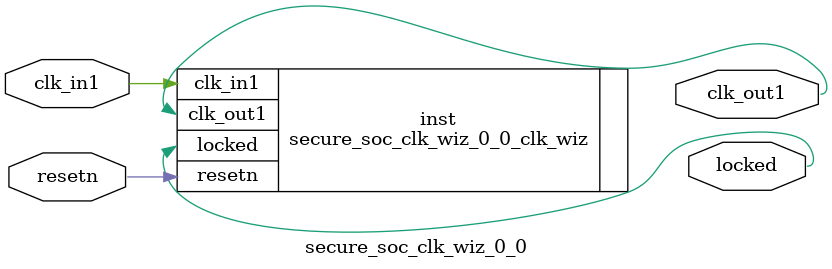
<source format=v>


`timescale 1ps/1ps

(* CORE_GENERATION_INFO = "secure_soc_clk_wiz_0_0,clk_wiz_v6_0_16_0_0,{component_name=secure_soc_clk_wiz_0_0,use_phase_alignment=true,use_min_o_jitter=false,use_max_i_jitter=false,use_dyn_phase_shift=false,use_inclk_switchover=false,use_dyn_reconfig=false,enable_axi=0,feedback_source=FDBK_AUTO,PRIMITIVE=PLL,num_out_clk=1,clkin1_period=8.000,clkin2_period=10.0,use_power_down=false,use_reset=true,use_locked=true,use_inclk_stopped=false,feedback_type=SINGLE,CLOCK_MGR_TYPE=NA,manual_override=false}" *)

module secure_soc_clk_wiz_0_0 
 (
  // Clock out ports
  output        clk_out1,
  // Status and control signals
  input         resetn,
  output        locked,
 // Clock in ports
  input         clk_in1
 );

  secure_soc_clk_wiz_0_0_clk_wiz inst
  (
  // Clock out ports  
  .clk_out1(clk_out1),
  // Status and control signals               
  .resetn(resetn), 
  .locked(locked),
 // Clock in ports
  .clk_in1(clk_in1)
  );

endmodule

</source>
